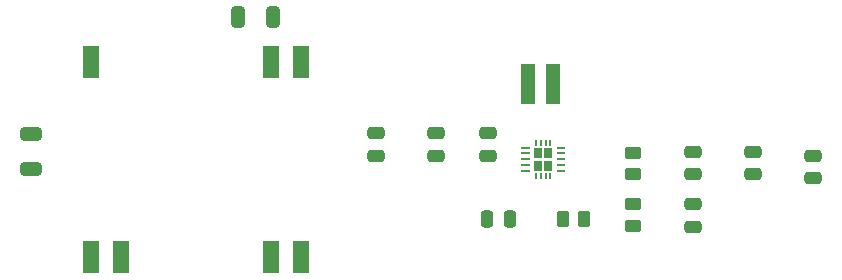
<source format=gbr>
%TF.GenerationSoftware,KiCad,Pcbnew,(6.0.9)*%
%TF.CreationDate,2023-10-08T14:17:10+03:00*%
%TF.ProjectId,power,706f7765-722e-46b6-9963-61645f706362,rev?*%
%TF.SameCoordinates,Original*%
%TF.FileFunction,Paste,Top*%
%TF.FilePolarity,Positive*%
%FSLAX46Y46*%
G04 Gerber Fmt 4.6, Leading zero omitted, Abs format (unit mm)*
G04 Created by KiCad (PCBNEW (6.0.9)) date 2023-10-08 14:17:10*
%MOMM*%
%LPD*%
G01*
G04 APERTURE LIST*
G04 Aperture macros list*
%AMRoundRect*
0 Rectangle with rounded corners*
0 $1 Rounding radius*
0 $2 $3 $4 $5 $6 $7 $8 $9 X,Y pos of 4 corners*
0 Add a 4 corners polygon primitive as box body*
4,1,4,$2,$3,$4,$5,$6,$7,$8,$9,$2,$3,0*
0 Add four circle primitives for the rounded corners*
1,1,$1+$1,$2,$3*
1,1,$1+$1,$4,$5*
1,1,$1+$1,$6,$7*
1,1,$1+$1,$8,$9*
0 Add four rect primitives between the rounded corners*
20,1,$1+$1,$2,$3,$4,$5,0*
20,1,$1+$1,$4,$5,$6,$7,0*
20,1,$1+$1,$6,$7,$8,$9,0*
20,1,$1+$1,$8,$9,$2,$3,0*%
G04 Aperture macros list end*
%ADD10RoundRect,0.250000X-0.475000X0.250000X-0.475000X-0.250000X0.475000X-0.250000X0.475000X0.250000X0*%
%ADD11R,1.400000X2.800000*%
%ADD12RoundRect,0.250000X0.250000X0.475000X-0.250000X0.475000X-0.250000X-0.475000X0.250000X-0.475000X0*%
%ADD13RoundRect,0.250000X0.262500X0.450000X-0.262500X0.450000X-0.262500X-0.450000X0.262500X-0.450000X0*%
%ADD14R,1.300000X3.400000*%
%ADD15R,0.230000X0.230000*%
%ADD16O,0.800000X0.230000*%
%ADD17R,0.150000X0.600000*%
%ADD18R,0.650000X0.900000*%
%ADD19R,0.230000X0.600000*%
%ADD20RoundRect,0.250000X-0.650000X0.325000X-0.650000X-0.325000X0.650000X-0.325000X0.650000X0.325000X0*%
%ADD21RoundRect,0.250000X0.325000X0.650000X-0.325000X0.650000X-0.325000X-0.650000X0.325000X-0.650000X0*%
%ADD22RoundRect,0.250000X-0.450000X0.262500X-0.450000X-0.262500X0.450000X-0.262500X0.450000X0.262500X0*%
G04 APERTURE END LIST*
D10*
%TO.C,C10*%
X118330000Y-52390000D03*
X118330000Y-54290000D03*
%TD*%
%TO.C,C4*%
X90825000Y-50485000D03*
X90825000Y-52385000D03*
%TD*%
%TO.C,C2*%
X81300000Y-50485000D03*
X81300000Y-52385000D03*
%TD*%
%TO.C,C9*%
X113250000Y-52070000D03*
X113250000Y-53970000D03*
%TD*%
D11*
%TO.C,U1*%
X57150000Y-60955000D03*
X59690000Y-60955000D03*
X72390000Y-60955000D03*
X74930000Y-60955000D03*
X74930000Y-44455000D03*
X72390000Y-44455000D03*
X57150000Y-44455000D03*
%TD*%
D12*
%TO.C,C5*%
X92610000Y-57785000D03*
X90710000Y-57785000D03*
%TD*%
D13*
%TO.C,R3*%
X98922500Y-57785000D03*
X97097500Y-57785000D03*
%TD*%
D14*
%TO.C,L1*%
X94200000Y-46355000D03*
X96300000Y-46355000D03*
%TD*%
D10*
%TO.C,C7*%
X108170000Y-56520000D03*
X108170000Y-58420000D03*
%TD*%
%TO.C,C8*%
X108170000Y-52070000D03*
X108170000Y-53970000D03*
%TD*%
D15*
%TO.C,U2*%
X93710000Y-51705000D03*
D16*
X93995000Y-51705000D03*
X93995000Y-52205000D03*
D15*
X93710000Y-52205000D03*
D16*
X93995000Y-52705000D03*
D15*
X93710000Y-52705000D03*
X93710000Y-53205000D03*
D16*
X93995000Y-53205000D03*
X93995000Y-53705000D03*
D15*
X93710000Y-53705000D03*
X97230000Y-53705000D03*
D16*
X96945000Y-53705000D03*
X96945000Y-53205000D03*
D15*
X97230000Y-53205000D03*
X97230000Y-52705000D03*
D16*
X96945000Y-52705000D03*
D15*
X97230000Y-52205000D03*
D16*
X96945000Y-52205000D03*
X96945000Y-51705000D03*
D15*
X97230000Y-51705000D03*
D17*
X96070000Y-51280000D03*
D18*
X95905000Y-52145000D03*
D17*
X94870000Y-54130000D03*
D19*
X95670000Y-54130000D03*
X95270000Y-51280000D03*
D18*
X95035000Y-52145000D03*
D17*
X95270000Y-51280000D03*
X95670000Y-54130000D03*
X96070000Y-54130000D03*
D19*
X94870000Y-51280000D03*
X94870000Y-54130000D03*
D17*
X95670000Y-51280000D03*
X94870000Y-51280000D03*
D19*
X95670000Y-51280000D03*
X96070000Y-54130000D03*
X96070000Y-51280000D03*
D18*
X95035000Y-53265000D03*
X95905000Y-53265000D03*
D17*
X95270000Y-54130000D03*
D19*
X95270000Y-54130000D03*
%TD*%
D20*
%TO.C,C1*%
X52070000Y-50595000D03*
X52070000Y-53545000D03*
%TD*%
D21*
%TO.C,C6*%
X72595000Y-40640000D03*
X69645000Y-40640000D03*
%TD*%
D10*
%TO.C,C3*%
X86380000Y-50485000D03*
X86380000Y-52385000D03*
%TD*%
D22*
%TO.C,R1*%
X103090000Y-52150000D03*
X103090000Y-53975000D03*
%TD*%
%TO.C,R2*%
X103090000Y-56515000D03*
X103090000Y-58340000D03*
%TD*%
M02*

</source>
